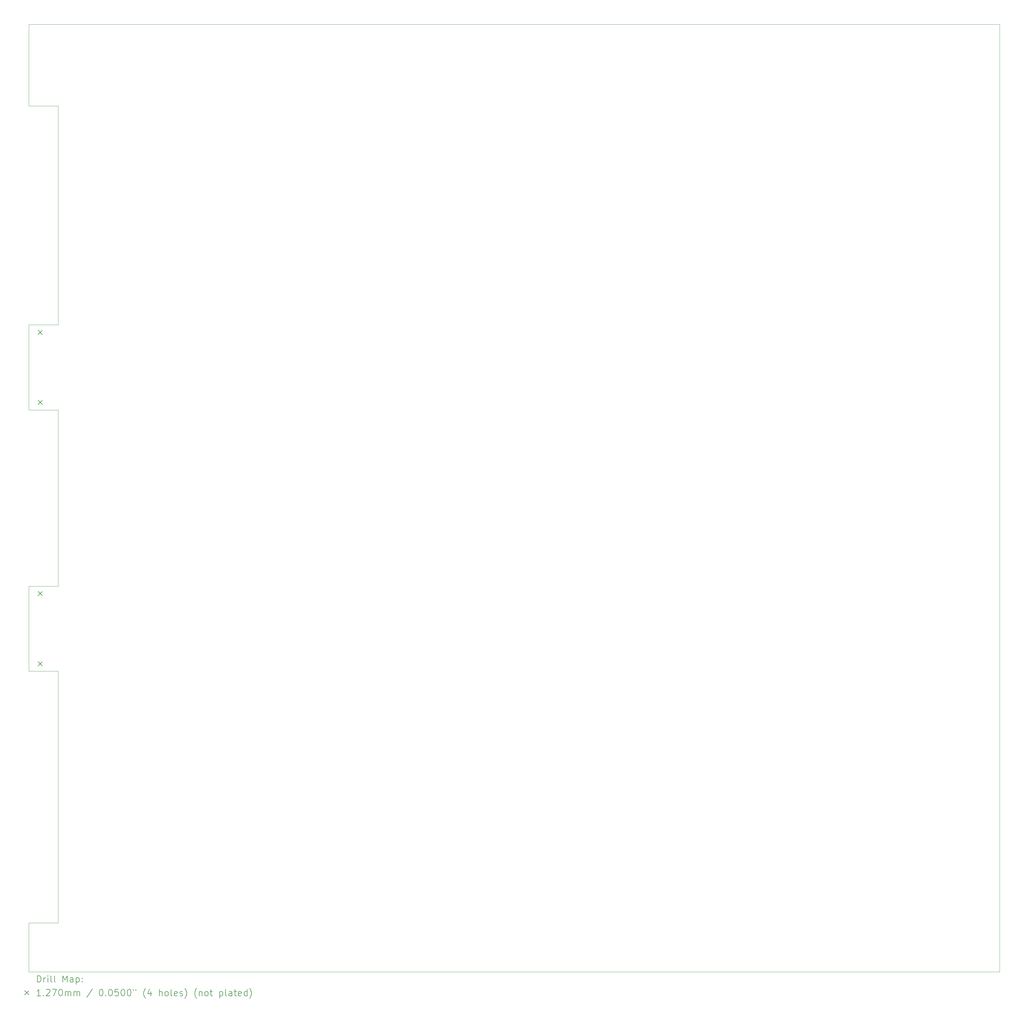
<source format=gbr>
%TF.GenerationSoftware,KiCad,Pcbnew,8.0.2-1*%
%TF.CreationDate,2025-03-11T17:15:22-04:00*%
%TF.ProjectId,EvenLayers_1.3mm_SiPM,4576656e-4c61-4796-9572-735f312e336d,rev?*%
%TF.SameCoordinates,Original*%
%TF.FileFunction,Drillmap*%
%TF.FilePolarity,Positive*%
%FSLAX45Y45*%
G04 Gerber Fmt 4.5, Leading zero omitted, Abs format (unit mm)*
G04 Created by KiCad (PCBNEW 8.0.2-1) date 2025-03-11 17:15:22*
%MOMM*%
%LPD*%
G01*
G04 APERTURE LIST*
%ADD10C,0.050000*%
%ADD11C,0.200000*%
%ADD12C,0.127000*%
G04 APERTURE END LIST*
D10*
X5500000Y-32500000D02*
X5500000Y-31000000D01*
X6400000Y-15300000D02*
X5500000Y-15300000D01*
X5500000Y-12700000D02*
X5500000Y-15300000D01*
X5500000Y-20700000D02*
X5500000Y-23300000D01*
X5500000Y-20700000D02*
X6400000Y-20700000D01*
X5500000Y-3500000D02*
X35200000Y-3500000D01*
X5500000Y-23300000D02*
X6400000Y-23300000D01*
X6400000Y-6000000D02*
X5500000Y-6000000D01*
X5500000Y-6000000D02*
X5500000Y-3500000D01*
X5500000Y-12700000D02*
X6400000Y-12700000D01*
X6400000Y-15300000D02*
X6400000Y-20700000D01*
X6400000Y-12700000D02*
X6400000Y-6000000D01*
X35200000Y-3500000D02*
X35200000Y-32500000D01*
X35200000Y-32500000D02*
X5500000Y-32500000D01*
X5500000Y-31000000D02*
X6400000Y-31000000D01*
X6400000Y-31000000D02*
X6400000Y-23300000D01*
D11*
D12*
X5786500Y-12862000D02*
X5913500Y-12989000D01*
X5913500Y-12862000D02*
X5786500Y-12989000D01*
X5786500Y-15011000D02*
X5913500Y-15138000D01*
X5913500Y-15011000D02*
X5786500Y-15138000D01*
X5786500Y-20862000D02*
X5913500Y-20989000D01*
X5913500Y-20862000D02*
X5786500Y-20989000D01*
X5786500Y-23011000D02*
X5913500Y-23138000D01*
X5913500Y-23011000D02*
X5786500Y-23138000D01*
D11*
X5758277Y-32813984D02*
X5758277Y-32613984D01*
X5758277Y-32613984D02*
X5805896Y-32613984D01*
X5805896Y-32613984D02*
X5834467Y-32623508D01*
X5834467Y-32623508D02*
X5853515Y-32642555D01*
X5853515Y-32642555D02*
X5863039Y-32661603D01*
X5863039Y-32661603D02*
X5872562Y-32699698D01*
X5872562Y-32699698D02*
X5872562Y-32728269D01*
X5872562Y-32728269D02*
X5863039Y-32766365D01*
X5863039Y-32766365D02*
X5853515Y-32785412D01*
X5853515Y-32785412D02*
X5834467Y-32804460D01*
X5834467Y-32804460D02*
X5805896Y-32813984D01*
X5805896Y-32813984D02*
X5758277Y-32813984D01*
X5958277Y-32813984D02*
X5958277Y-32680650D01*
X5958277Y-32718746D02*
X5967801Y-32699698D01*
X5967801Y-32699698D02*
X5977324Y-32690174D01*
X5977324Y-32690174D02*
X5996372Y-32680650D01*
X5996372Y-32680650D02*
X6015420Y-32680650D01*
X6082086Y-32813984D02*
X6082086Y-32680650D01*
X6082086Y-32613984D02*
X6072562Y-32623508D01*
X6072562Y-32623508D02*
X6082086Y-32633031D01*
X6082086Y-32633031D02*
X6091610Y-32623508D01*
X6091610Y-32623508D02*
X6082086Y-32613984D01*
X6082086Y-32613984D02*
X6082086Y-32633031D01*
X6205896Y-32813984D02*
X6186848Y-32804460D01*
X6186848Y-32804460D02*
X6177324Y-32785412D01*
X6177324Y-32785412D02*
X6177324Y-32613984D01*
X6310658Y-32813984D02*
X6291610Y-32804460D01*
X6291610Y-32804460D02*
X6282086Y-32785412D01*
X6282086Y-32785412D02*
X6282086Y-32613984D01*
X6539229Y-32813984D02*
X6539229Y-32613984D01*
X6539229Y-32613984D02*
X6605896Y-32756841D01*
X6605896Y-32756841D02*
X6672562Y-32613984D01*
X6672562Y-32613984D02*
X6672562Y-32813984D01*
X6853515Y-32813984D02*
X6853515Y-32709222D01*
X6853515Y-32709222D02*
X6843991Y-32690174D01*
X6843991Y-32690174D02*
X6824943Y-32680650D01*
X6824943Y-32680650D02*
X6786848Y-32680650D01*
X6786848Y-32680650D02*
X6767801Y-32690174D01*
X6853515Y-32804460D02*
X6834467Y-32813984D01*
X6834467Y-32813984D02*
X6786848Y-32813984D01*
X6786848Y-32813984D02*
X6767801Y-32804460D01*
X6767801Y-32804460D02*
X6758277Y-32785412D01*
X6758277Y-32785412D02*
X6758277Y-32766365D01*
X6758277Y-32766365D02*
X6767801Y-32747317D01*
X6767801Y-32747317D02*
X6786848Y-32737793D01*
X6786848Y-32737793D02*
X6834467Y-32737793D01*
X6834467Y-32737793D02*
X6853515Y-32728269D01*
X6948753Y-32680650D02*
X6948753Y-32880650D01*
X6948753Y-32690174D02*
X6967801Y-32680650D01*
X6967801Y-32680650D02*
X7005896Y-32680650D01*
X7005896Y-32680650D02*
X7024943Y-32690174D01*
X7024943Y-32690174D02*
X7034467Y-32699698D01*
X7034467Y-32699698D02*
X7043991Y-32718746D01*
X7043991Y-32718746D02*
X7043991Y-32775888D01*
X7043991Y-32775888D02*
X7034467Y-32794936D01*
X7034467Y-32794936D02*
X7024943Y-32804460D01*
X7024943Y-32804460D02*
X7005896Y-32813984D01*
X7005896Y-32813984D02*
X6967801Y-32813984D01*
X6967801Y-32813984D02*
X6948753Y-32804460D01*
X7129705Y-32794936D02*
X7139229Y-32804460D01*
X7139229Y-32804460D02*
X7129705Y-32813984D01*
X7129705Y-32813984D02*
X7120182Y-32804460D01*
X7120182Y-32804460D02*
X7129705Y-32794936D01*
X7129705Y-32794936D02*
X7129705Y-32813984D01*
X7129705Y-32690174D02*
X7139229Y-32699698D01*
X7139229Y-32699698D02*
X7129705Y-32709222D01*
X7129705Y-32709222D02*
X7120182Y-32699698D01*
X7120182Y-32699698D02*
X7129705Y-32690174D01*
X7129705Y-32690174D02*
X7129705Y-32709222D01*
D12*
X5370500Y-33079000D02*
X5497500Y-33206000D01*
X5497500Y-33079000D02*
X5370500Y-33206000D01*
D11*
X5863039Y-33233984D02*
X5748753Y-33233984D01*
X5805896Y-33233984D02*
X5805896Y-33033984D01*
X5805896Y-33033984D02*
X5786848Y-33062555D01*
X5786848Y-33062555D02*
X5767801Y-33081603D01*
X5767801Y-33081603D02*
X5748753Y-33091127D01*
X5948753Y-33214936D02*
X5958277Y-33224460D01*
X5958277Y-33224460D02*
X5948753Y-33233984D01*
X5948753Y-33233984D02*
X5939229Y-33224460D01*
X5939229Y-33224460D02*
X5948753Y-33214936D01*
X5948753Y-33214936D02*
X5948753Y-33233984D01*
X6034467Y-33053031D02*
X6043991Y-33043508D01*
X6043991Y-33043508D02*
X6063039Y-33033984D01*
X6063039Y-33033984D02*
X6110658Y-33033984D01*
X6110658Y-33033984D02*
X6129705Y-33043508D01*
X6129705Y-33043508D02*
X6139229Y-33053031D01*
X6139229Y-33053031D02*
X6148753Y-33072079D01*
X6148753Y-33072079D02*
X6148753Y-33091127D01*
X6148753Y-33091127D02*
X6139229Y-33119698D01*
X6139229Y-33119698D02*
X6024943Y-33233984D01*
X6024943Y-33233984D02*
X6148753Y-33233984D01*
X6215420Y-33033984D02*
X6348753Y-33033984D01*
X6348753Y-33033984D02*
X6263039Y-33233984D01*
X6463039Y-33033984D02*
X6482086Y-33033984D01*
X6482086Y-33033984D02*
X6501134Y-33043508D01*
X6501134Y-33043508D02*
X6510658Y-33053031D01*
X6510658Y-33053031D02*
X6520182Y-33072079D01*
X6520182Y-33072079D02*
X6529705Y-33110174D01*
X6529705Y-33110174D02*
X6529705Y-33157793D01*
X6529705Y-33157793D02*
X6520182Y-33195888D01*
X6520182Y-33195888D02*
X6510658Y-33214936D01*
X6510658Y-33214936D02*
X6501134Y-33224460D01*
X6501134Y-33224460D02*
X6482086Y-33233984D01*
X6482086Y-33233984D02*
X6463039Y-33233984D01*
X6463039Y-33233984D02*
X6443991Y-33224460D01*
X6443991Y-33224460D02*
X6434467Y-33214936D01*
X6434467Y-33214936D02*
X6424943Y-33195888D01*
X6424943Y-33195888D02*
X6415420Y-33157793D01*
X6415420Y-33157793D02*
X6415420Y-33110174D01*
X6415420Y-33110174D02*
X6424943Y-33072079D01*
X6424943Y-33072079D02*
X6434467Y-33053031D01*
X6434467Y-33053031D02*
X6443991Y-33043508D01*
X6443991Y-33043508D02*
X6463039Y-33033984D01*
X6615420Y-33233984D02*
X6615420Y-33100650D01*
X6615420Y-33119698D02*
X6624943Y-33110174D01*
X6624943Y-33110174D02*
X6643991Y-33100650D01*
X6643991Y-33100650D02*
X6672563Y-33100650D01*
X6672563Y-33100650D02*
X6691610Y-33110174D01*
X6691610Y-33110174D02*
X6701134Y-33129222D01*
X6701134Y-33129222D02*
X6701134Y-33233984D01*
X6701134Y-33129222D02*
X6710658Y-33110174D01*
X6710658Y-33110174D02*
X6729705Y-33100650D01*
X6729705Y-33100650D02*
X6758277Y-33100650D01*
X6758277Y-33100650D02*
X6777324Y-33110174D01*
X6777324Y-33110174D02*
X6786848Y-33129222D01*
X6786848Y-33129222D02*
X6786848Y-33233984D01*
X6882086Y-33233984D02*
X6882086Y-33100650D01*
X6882086Y-33119698D02*
X6891610Y-33110174D01*
X6891610Y-33110174D02*
X6910658Y-33100650D01*
X6910658Y-33100650D02*
X6939229Y-33100650D01*
X6939229Y-33100650D02*
X6958277Y-33110174D01*
X6958277Y-33110174D02*
X6967801Y-33129222D01*
X6967801Y-33129222D02*
X6967801Y-33233984D01*
X6967801Y-33129222D02*
X6977324Y-33110174D01*
X6977324Y-33110174D02*
X6996372Y-33100650D01*
X6996372Y-33100650D02*
X7024943Y-33100650D01*
X7024943Y-33100650D02*
X7043991Y-33110174D01*
X7043991Y-33110174D02*
X7053515Y-33129222D01*
X7053515Y-33129222D02*
X7053515Y-33233984D01*
X7443991Y-33024460D02*
X7272563Y-33281603D01*
X7701134Y-33033984D02*
X7720182Y-33033984D01*
X7720182Y-33033984D02*
X7739229Y-33043508D01*
X7739229Y-33043508D02*
X7748753Y-33053031D01*
X7748753Y-33053031D02*
X7758277Y-33072079D01*
X7758277Y-33072079D02*
X7767801Y-33110174D01*
X7767801Y-33110174D02*
X7767801Y-33157793D01*
X7767801Y-33157793D02*
X7758277Y-33195888D01*
X7758277Y-33195888D02*
X7748753Y-33214936D01*
X7748753Y-33214936D02*
X7739229Y-33224460D01*
X7739229Y-33224460D02*
X7720182Y-33233984D01*
X7720182Y-33233984D02*
X7701134Y-33233984D01*
X7701134Y-33233984D02*
X7682086Y-33224460D01*
X7682086Y-33224460D02*
X7672563Y-33214936D01*
X7672563Y-33214936D02*
X7663039Y-33195888D01*
X7663039Y-33195888D02*
X7653515Y-33157793D01*
X7653515Y-33157793D02*
X7653515Y-33110174D01*
X7653515Y-33110174D02*
X7663039Y-33072079D01*
X7663039Y-33072079D02*
X7672563Y-33053031D01*
X7672563Y-33053031D02*
X7682086Y-33043508D01*
X7682086Y-33043508D02*
X7701134Y-33033984D01*
X7853515Y-33214936D02*
X7863039Y-33224460D01*
X7863039Y-33224460D02*
X7853515Y-33233984D01*
X7853515Y-33233984D02*
X7843991Y-33224460D01*
X7843991Y-33224460D02*
X7853515Y-33214936D01*
X7853515Y-33214936D02*
X7853515Y-33233984D01*
X7986848Y-33033984D02*
X8005896Y-33033984D01*
X8005896Y-33033984D02*
X8024944Y-33043508D01*
X8024944Y-33043508D02*
X8034467Y-33053031D01*
X8034467Y-33053031D02*
X8043991Y-33072079D01*
X8043991Y-33072079D02*
X8053515Y-33110174D01*
X8053515Y-33110174D02*
X8053515Y-33157793D01*
X8053515Y-33157793D02*
X8043991Y-33195888D01*
X8043991Y-33195888D02*
X8034467Y-33214936D01*
X8034467Y-33214936D02*
X8024944Y-33224460D01*
X8024944Y-33224460D02*
X8005896Y-33233984D01*
X8005896Y-33233984D02*
X7986848Y-33233984D01*
X7986848Y-33233984D02*
X7967801Y-33224460D01*
X7967801Y-33224460D02*
X7958277Y-33214936D01*
X7958277Y-33214936D02*
X7948753Y-33195888D01*
X7948753Y-33195888D02*
X7939229Y-33157793D01*
X7939229Y-33157793D02*
X7939229Y-33110174D01*
X7939229Y-33110174D02*
X7948753Y-33072079D01*
X7948753Y-33072079D02*
X7958277Y-33053031D01*
X7958277Y-33053031D02*
X7967801Y-33043508D01*
X7967801Y-33043508D02*
X7986848Y-33033984D01*
X8234467Y-33033984D02*
X8139229Y-33033984D01*
X8139229Y-33033984D02*
X8129706Y-33129222D01*
X8129706Y-33129222D02*
X8139229Y-33119698D01*
X8139229Y-33119698D02*
X8158277Y-33110174D01*
X8158277Y-33110174D02*
X8205896Y-33110174D01*
X8205896Y-33110174D02*
X8224944Y-33119698D01*
X8224944Y-33119698D02*
X8234467Y-33129222D01*
X8234467Y-33129222D02*
X8243991Y-33148269D01*
X8243991Y-33148269D02*
X8243991Y-33195888D01*
X8243991Y-33195888D02*
X8234467Y-33214936D01*
X8234467Y-33214936D02*
X8224944Y-33224460D01*
X8224944Y-33224460D02*
X8205896Y-33233984D01*
X8205896Y-33233984D02*
X8158277Y-33233984D01*
X8158277Y-33233984D02*
X8139229Y-33224460D01*
X8139229Y-33224460D02*
X8129706Y-33214936D01*
X8367801Y-33033984D02*
X8386848Y-33033984D01*
X8386848Y-33033984D02*
X8405896Y-33043508D01*
X8405896Y-33043508D02*
X8415420Y-33053031D01*
X8415420Y-33053031D02*
X8424944Y-33072079D01*
X8424944Y-33072079D02*
X8434468Y-33110174D01*
X8434468Y-33110174D02*
X8434468Y-33157793D01*
X8434468Y-33157793D02*
X8424944Y-33195888D01*
X8424944Y-33195888D02*
X8415420Y-33214936D01*
X8415420Y-33214936D02*
X8405896Y-33224460D01*
X8405896Y-33224460D02*
X8386848Y-33233984D01*
X8386848Y-33233984D02*
X8367801Y-33233984D01*
X8367801Y-33233984D02*
X8348753Y-33224460D01*
X8348753Y-33224460D02*
X8339229Y-33214936D01*
X8339229Y-33214936D02*
X8329706Y-33195888D01*
X8329706Y-33195888D02*
X8320182Y-33157793D01*
X8320182Y-33157793D02*
X8320182Y-33110174D01*
X8320182Y-33110174D02*
X8329706Y-33072079D01*
X8329706Y-33072079D02*
X8339229Y-33053031D01*
X8339229Y-33053031D02*
X8348753Y-33043508D01*
X8348753Y-33043508D02*
X8367801Y-33033984D01*
X8558277Y-33033984D02*
X8577325Y-33033984D01*
X8577325Y-33033984D02*
X8596372Y-33043508D01*
X8596372Y-33043508D02*
X8605896Y-33053031D01*
X8605896Y-33053031D02*
X8615420Y-33072079D01*
X8615420Y-33072079D02*
X8624944Y-33110174D01*
X8624944Y-33110174D02*
X8624944Y-33157793D01*
X8624944Y-33157793D02*
X8615420Y-33195888D01*
X8615420Y-33195888D02*
X8605896Y-33214936D01*
X8605896Y-33214936D02*
X8596372Y-33224460D01*
X8596372Y-33224460D02*
X8577325Y-33233984D01*
X8577325Y-33233984D02*
X8558277Y-33233984D01*
X8558277Y-33233984D02*
X8539229Y-33224460D01*
X8539229Y-33224460D02*
X8529706Y-33214936D01*
X8529706Y-33214936D02*
X8520182Y-33195888D01*
X8520182Y-33195888D02*
X8510658Y-33157793D01*
X8510658Y-33157793D02*
X8510658Y-33110174D01*
X8510658Y-33110174D02*
X8520182Y-33072079D01*
X8520182Y-33072079D02*
X8529706Y-33053031D01*
X8529706Y-33053031D02*
X8539229Y-33043508D01*
X8539229Y-33043508D02*
X8558277Y-33033984D01*
X8701134Y-33033984D02*
X8701134Y-33072079D01*
X8777325Y-33033984D02*
X8777325Y-33072079D01*
X9072563Y-33310174D02*
X9063039Y-33300650D01*
X9063039Y-33300650D02*
X9043991Y-33272079D01*
X9043991Y-33272079D02*
X9034468Y-33253031D01*
X9034468Y-33253031D02*
X9024944Y-33224460D01*
X9024944Y-33224460D02*
X9015420Y-33176841D01*
X9015420Y-33176841D02*
X9015420Y-33138746D01*
X9015420Y-33138746D02*
X9024944Y-33091127D01*
X9024944Y-33091127D02*
X9034468Y-33062555D01*
X9034468Y-33062555D02*
X9043991Y-33043508D01*
X9043991Y-33043508D02*
X9063039Y-33014936D01*
X9063039Y-33014936D02*
X9072563Y-33005412D01*
X9234468Y-33100650D02*
X9234468Y-33233984D01*
X9186849Y-33024460D02*
X9139230Y-33167317D01*
X9139230Y-33167317D02*
X9263039Y-33167317D01*
X9491611Y-33233984D02*
X9491611Y-33033984D01*
X9577325Y-33233984D02*
X9577325Y-33129222D01*
X9577325Y-33129222D02*
X9567801Y-33110174D01*
X9567801Y-33110174D02*
X9548753Y-33100650D01*
X9548753Y-33100650D02*
X9520182Y-33100650D01*
X9520182Y-33100650D02*
X9501134Y-33110174D01*
X9501134Y-33110174D02*
X9491611Y-33119698D01*
X9701134Y-33233984D02*
X9682087Y-33224460D01*
X9682087Y-33224460D02*
X9672563Y-33214936D01*
X9672563Y-33214936D02*
X9663039Y-33195888D01*
X9663039Y-33195888D02*
X9663039Y-33138746D01*
X9663039Y-33138746D02*
X9672563Y-33119698D01*
X9672563Y-33119698D02*
X9682087Y-33110174D01*
X9682087Y-33110174D02*
X9701134Y-33100650D01*
X9701134Y-33100650D02*
X9729706Y-33100650D01*
X9729706Y-33100650D02*
X9748753Y-33110174D01*
X9748753Y-33110174D02*
X9758277Y-33119698D01*
X9758277Y-33119698D02*
X9767801Y-33138746D01*
X9767801Y-33138746D02*
X9767801Y-33195888D01*
X9767801Y-33195888D02*
X9758277Y-33214936D01*
X9758277Y-33214936D02*
X9748753Y-33224460D01*
X9748753Y-33224460D02*
X9729706Y-33233984D01*
X9729706Y-33233984D02*
X9701134Y-33233984D01*
X9882087Y-33233984D02*
X9863039Y-33224460D01*
X9863039Y-33224460D02*
X9853515Y-33205412D01*
X9853515Y-33205412D02*
X9853515Y-33033984D01*
X10034468Y-33224460D02*
X10015420Y-33233984D01*
X10015420Y-33233984D02*
X9977325Y-33233984D01*
X9977325Y-33233984D02*
X9958277Y-33224460D01*
X9958277Y-33224460D02*
X9948753Y-33205412D01*
X9948753Y-33205412D02*
X9948753Y-33129222D01*
X9948753Y-33129222D02*
X9958277Y-33110174D01*
X9958277Y-33110174D02*
X9977325Y-33100650D01*
X9977325Y-33100650D02*
X10015420Y-33100650D01*
X10015420Y-33100650D02*
X10034468Y-33110174D01*
X10034468Y-33110174D02*
X10043992Y-33129222D01*
X10043992Y-33129222D02*
X10043992Y-33148269D01*
X10043992Y-33148269D02*
X9948753Y-33167317D01*
X10120182Y-33224460D02*
X10139230Y-33233984D01*
X10139230Y-33233984D02*
X10177325Y-33233984D01*
X10177325Y-33233984D02*
X10196373Y-33224460D01*
X10196373Y-33224460D02*
X10205896Y-33205412D01*
X10205896Y-33205412D02*
X10205896Y-33195888D01*
X10205896Y-33195888D02*
X10196373Y-33176841D01*
X10196373Y-33176841D02*
X10177325Y-33167317D01*
X10177325Y-33167317D02*
X10148753Y-33167317D01*
X10148753Y-33167317D02*
X10129706Y-33157793D01*
X10129706Y-33157793D02*
X10120182Y-33138746D01*
X10120182Y-33138746D02*
X10120182Y-33129222D01*
X10120182Y-33129222D02*
X10129706Y-33110174D01*
X10129706Y-33110174D02*
X10148753Y-33100650D01*
X10148753Y-33100650D02*
X10177325Y-33100650D01*
X10177325Y-33100650D02*
X10196373Y-33110174D01*
X10272563Y-33310174D02*
X10282087Y-33300650D01*
X10282087Y-33300650D02*
X10301134Y-33272079D01*
X10301134Y-33272079D02*
X10310658Y-33253031D01*
X10310658Y-33253031D02*
X10320182Y-33224460D01*
X10320182Y-33224460D02*
X10329706Y-33176841D01*
X10329706Y-33176841D02*
X10329706Y-33138746D01*
X10329706Y-33138746D02*
X10320182Y-33091127D01*
X10320182Y-33091127D02*
X10310658Y-33062555D01*
X10310658Y-33062555D02*
X10301134Y-33043508D01*
X10301134Y-33043508D02*
X10282087Y-33014936D01*
X10282087Y-33014936D02*
X10272563Y-33005412D01*
X10634468Y-33310174D02*
X10624944Y-33300650D01*
X10624944Y-33300650D02*
X10605896Y-33272079D01*
X10605896Y-33272079D02*
X10596373Y-33253031D01*
X10596373Y-33253031D02*
X10586849Y-33224460D01*
X10586849Y-33224460D02*
X10577325Y-33176841D01*
X10577325Y-33176841D02*
X10577325Y-33138746D01*
X10577325Y-33138746D02*
X10586849Y-33091127D01*
X10586849Y-33091127D02*
X10596373Y-33062555D01*
X10596373Y-33062555D02*
X10605896Y-33043508D01*
X10605896Y-33043508D02*
X10624944Y-33014936D01*
X10624944Y-33014936D02*
X10634468Y-33005412D01*
X10710658Y-33100650D02*
X10710658Y-33233984D01*
X10710658Y-33119698D02*
X10720182Y-33110174D01*
X10720182Y-33110174D02*
X10739230Y-33100650D01*
X10739230Y-33100650D02*
X10767801Y-33100650D01*
X10767801Y-33100650D02*
X10786849Y-33110174D01*
X10786849Y-33110174D02*
X10796373Y-33129222D01*
X10796373Y-33129222D02*
X10796373Y-33233984D01*
X10920182Y-33233984D02*
X10901134Y-33224460D01*
X10901134Y-33224460D02*
X10891611Y-33214936D01*
X10891611Y-33214936D02*
X10882087Y-33195888D01*
X10882087Y-33195888D02*
X10882087Y-33138746D01*
X10882087Y-33138746D02*
X10891611Y-33119698D01*
X10891611Y-33119698D02*
X10901134Y-33110174D01*
X10901134Y-33110174D02*
X10920182Y-33100650D01*
X10920182Y-33100650D02*
X10948754Y-33100650D01*
X10948754Y-33100650D02*
X10967801Y-33110174D01*
X10967801Y-33110174D02*
X10977325Y-33119698D01*
X10977325Y-33119698D02*
X10986849Y-33138746D01*
X10986849Y-33138746D02*
X10986849Y-33195888D01*
X10986849Y-33195888D02*
X10977325Y-33214936D01*
X10977325Y-33214936D02*
X10967801Y-33224460D01*
X10967801Y-33224460D02*
X10948754Y-33233984D01*
X10948754Y-33233984D02*
X10920182Y-33233984D01*
X11043992Y-33100650D02*
X11120182Y-33100650D01*
X11072563Y-33033984D02*
X11072563Y-33205412D01*
X11072563Y-33205412D02*
X11082087Y-33224460D01*
X11082087Y-33224460D02*
X11101134Y-33233984D01*
X11101134Y-33233984D02*
X11120182Y-33233984D01*
X11339230Y-33100650D02*
X11339230Y-33300650D01*
X11339230Y-33110174D02*
X11358277Y-33100650D01*
X11358277Y-33100650D02*
X11396373Y-33100650D01*
X11396373Y-33100650D02*
X11415420Y-33110174D01*
X11415420Y-33110174D02*
X11424944Y-33119698D01*
X11424944Y-33119698D02*
X11434468Y-33138746D01*
X11434468Y-33138746D02*
X11434468Y-33195888D01*
X11434468Y-33195888D02*
X11424944Y-33214936D01*
X11424944Y-33214936D02*
X11415420Y-33224460D01*
X11415420Y-33224460D02*
X11396373Y-33233984D01*
X11396373Y-33233984D02*
X11358277Y-33233984D01*
X11358277Y-33233984D02*
X11339230Y-33224460D01*
X11548753Y-33233984D02*
X11529706Y-33224460D01*
X11529706Y-33224460D02*
X11520182Y-33205412D01*
X11520182Y-33205412D02*
X11520182Y-33033984D01*
X11710658Y-33233984D02*
X11710658Y-33129222D01*
X11710658Y-33129222D02*
X11701134Y-33110174D01*
X11701134Y-33110174D02*
X11682087Y-33100650D01*
X11682087Y-33100650D02*
X11643992Y-33100650D01*
X11643992Y-33100650D02*
X11624944Y-33110174D01*
X11710658Y-33224460D02*
X11691611Y-33233984D01*
X11691611Y-33233984D02*
X11643992Y-33233984D01*
X11643992Y-33233984D02*
X11624944Y-33224460D01*
X11624944Y-33224460D02*
X11615420Y-33205412D01*
X11615420Y-33205412D02*
X11615420Y-33186365D01*
X11615420Y-33186365D02*
X11624944Y-33167317D01*
X11624944Y-33167317D02*
X11643992Y-33157793D01*
X11643992Y-33157793D02*
X11691611Y-33157793D01*
X11691611Y-33157793D02*
X11710658Y-33148269D01*
X11777325Y-33100650D02*
X11853515Y-33100650D01*
X11805896Y-33033984D02*
X11805896Y-33205412D01*
X11805896Y-33205412D02*
X11815420Y-33224460D01*
X11815420Y-33224460D02*
X11834468Y-33233984D01*
X11834468Y-33233984D02*
X11853515Y-33233984D01*
X11996373Y-33224460D02*
X11977325Y-33233984D01*
X11977325Y-33233984D02*
X11939230Y-33233984D01*
X11939230Y-33233984D02*
X11920182Y-33224460D01*
X11920182Y-33224460D02*
X11910658Y-33205412D01*
X11910658Y-33205412D02*
X11910658Y-33129222D01*
X11910658Y-33129222D02*
X11920182Y-33110174D01*
X11920182Y-33110174D02*
X11939230Y-33100650D01*
X11939230Y-33100650D02*
X11977325Y-33100650D01*
X11977325Y-33100650D02*
X11996373Y-33110174D01*
X11996373Y-33110174D02*
X12005896Y-33129222D01*
X12005896Y-33129222D02*
X12005896Y-33148269D01*
X12005896Y-33148269D02*
X11910658Y-33167317D01*
X12177325Y-33233984D02*
X12177325Y-33033984D01*
X12177325Y-33224460D02*
X12158277Y-33233984D01*
X12158277Y-33233984D02*
X12120182Y-33233984D01*
X12120182Y-33233984D02*
X12101134Y-33224460D01*
X12101134Y-33224460D02*
X12091611Y-33214936D01*
X12091611Y-33214936D02*
X12082087Y-33195888D01*
X12082087Y-33195888D02*
X12082087Y-33138746D01*
X12082087Y-33138746D02*
X12091611Y-33119698D01*
X12091611Y-33119698D02*
X12101134Y-33110174D01*
X12101134Y-33110174D02*
X12120182Y-33100650D01*
X12120182Y-33100650D02*
X12158277Y-33100650D01*
X12158277Y-33100650D02*
X12177325Y-33110174D01*
X12253515Y-33310174D02*
X12263039Y-33300650D01*
X12263039Y-33300650D02*
X12282087Y-33272079D01*
X12282087Y-33272079D02*
X12291611Y-33253031D01*
X12291611Y-33253031D02*
X12301134Y-33224460D01*
X12301134Y-33224460D02*
X12310658Y-33176841D01*
X12310658Y-33176841D02*
X12310658Y-33138746D01*
X12310658Y-33138746D02*
X12301134Y-33091127D01*
X12301134Y-33091127D02*
X12291611Y-33062555D01*
X12291611Y-33062555D02*
X12282087Y-33043508D01*
X12282087Y-33043508D02*
X12263039Y-33014936D01*
X12263039Y-33014936D02*
X12253515Y-33005412D01*
M02*

</source>
